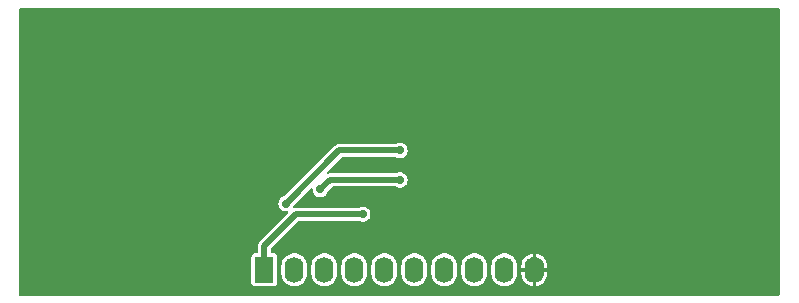
<source format=gbr>
G04 --- HEADER BEGIN --- *
G04 #@! TF.GenerationSoftware,LibrePCB,LibrePCB,1.3.0*
G04 #@! TF.CreationDate,2025-05-07T13:29:34*
G04 #@! TF.ProjectId,2.35" TFT Display Breakout,2d7378a2-86a6-4676-ae60-d25c5b1dbf0f,v1*
G04 #@! TF.Part,Single*
G04 #@! TF.SameCoordinates*
G04 #@! TF.FileFunction,Copper,L2,Bot*
G04 #@! TF.FilePolarity,Positive*
%FSLAX66Y66*%
%MOMM*%
G01*
G75*
G04 --- HEADER END --- *
G04 --- APERTURE LIST BEGIN --- *
G04 #@! TA.AperFunction,ComponentPad*
%ADD10O,1.587X2.19*%
%ADD11R,1.587X2.19*%
G04 #@! TA.AperFunction,ViaPad*
%ADD12C,0.7*%
G04 #@! TA.AperFunction,Conductor*
%ADD13C,0.5*%
%ADD14C,0.01*%
G04 #@! TD*
G04 --- APERTURE LIST END --- *
G04 --- BOARD BEGIN --- *
D10*
G04 #@! TO.N,LED*
G04 #@! TO.C,J1*
G04 #@! TO.P,J1,9,9*
X41390000Y2500000D03*
G04 #@! TO.N,DC_5V*
G04 #@! TO.P,J1,2,2*
X23610000Y2500000D03*
D11*
G04 #@! TO.N,RST_5V*
G04 #@! TO.P,J1,1,1*
X21070000Y2500000D03*
D10*
G04 #@! TO.N,N/C*
G04 #@! TO.P,J1,7,7*
X36310000Y2500000D03*
G04 #@! TO.N,GND*
G04 #@! TO.P,J1,10,10*
X43930000Y2500000D03*
G04 #@! TO.N,5V*
G04 #@! TO.P,J1,8,8*
X38850000Y2500000D03*
G04 #@! TO.N,N/C*
G04 #@! TO.P,J1,6,6*
X33770000Y2500000D03*
G04 #@! TO.N,CS_5V*
G04 #@! TO.P,J1,3,3*
X26150000Y2500000D03*
G04 #@! TO.N,SCL_5V*
G04 #@! TO.P,J1,4,4*
X28690000Y2500000D03*
G04 #@! TO.N,SDA_5V*
G04 #@! TO.P,J1,5,5*
X31230000Y2500000D03*
D12*
G04 #@! TD.C*
G04 #@! TD.P*
G04 #@! TO.N,SDA*
X22900000Y8100000D03*
X32550000Y12600000D03*
D13*
X22900000Y8100000D02*
X27400000Y12600000D01*
X27400000Y12600000D02*
X32550000Y12600000D01*
D12*
G04 #@! TO.N,RST_5V*
X29400000Y7200000D03*
D13*
X21070000Y2500000D02*
X21070000Y4520000D01*
X21070000Y4520000D02*
X23750000Y7200000D01*
X29400000Y7200000D02*
X23750000Y7200000D01*
D12*
G04 #@! TO.N,SCL*
X25800000Y9300000D03*
X32550000Y10100000D03*
D13*
X25800000Y9300000D02*
X26600000Y10100000D01*
X26600000Y10100000D02*
X32550000Y10100000D01*
D14*
G04 #@! TA.AperFunction,Conductor*
G04 #@! TO.N,GND*
G36*
X300000Y399999D02*
X319500Y340672D01*
X399999Y300000D01*
X20280431Y300000D01*
X20280431Y1105000D01*
X20272618Y1105615D01*
X20191569Y1118452D01*
X20176782Y1123256D01*
X20107174Y1158723D01*
X20094601Y1167858D01*
X20039358Y1223101D01*
X20030223Y1235674D01*
X19994756Y1305282D01*
X19989952Y1320069D01*
X19977115Y1401118D01*
X19976500Y1408931D01*
X19976500Y3591069D01*
X19977115Y3598882D01*
X19989952Y3679931D01*
X19994756Y3694718D01*
X20030223Y3764326D01*
X20039358Y3776899D01*
X20094601Y3832142D01*
X20107174Y3841277D01*
X20176782Y3876744D01*
X20191569Y3881548D01*
X20272618Y3894385D01*
X20280431Y3895000D01*
X20420001Y3895000D01*
X20479328Y3914500D01*
X20520000Y3994999D01*
X20520000Y4516730D01*
X20520426Y4523239D01*
X20537885Y4655859D01*
X20541246Y4668401D01*
X20591178Y4788946D01*
X20597676Y4800200D01*
X20679099Y4906313D01*
X20683404Y4911222D01*
X23057201Y7285019D01*
X23085363Y7340758D01*
X23074965Y7402336D01*
X23030061Y7445737D01*
X22978349Y7454346D01*
X22978349Y7454739D01*
X22975989Y7454739D01*
X22974433Y7454998D01*
X22972301Y7454739D01*
X22827703Y7454739D01*
X22815774Y7456188D01*
X22675385Y7490790D01*
X22664149Y7495051D01*
X22536113Y7562249D01*
X22526230Y7569072D01*
X22417994Y7664960D01*
X22410034Y7673945D01*
X22327888Y7792955D01*
X22322310Y7803583D01*
X22271031Y7938793D01*
X22268159Y7950446D01*
X22250729Y8093996D01*
X22250729Y8106004D01*
X22268159Y8249554D01*
X22271031Y8261207D01*
X22322310Y8396417D01*
X22327888Y8407045D01*
X22410034Y8526055D01*
X22417994Y8535040D01*
X22526230Y8630928D01*
X22536113Y8637751D01*
X22664149Y8704949D01*
X22675385Y8709210D01*
X22722645Y8720858D01*
X22769424Y8747241D01*
X27010172Y12987989D01*
X27012129Y12988638D01*
X27016510Y12993067D01*
X27119800Y13072324D01*
X27131055Y13078822D01*
X27218797Y13115166D01*
X27251593Y13128751D01*
X27264149Y13132115D01*
X27396743Y13149571D01*
X27403280Y13150000D01*
X32184804Y13150000D01*
X32231276Y13161454D01*
X32314149Y13204949D01*
X32325385Y13209210D01*
X32465774Y13243812D01*
X32477703Y13245261D01*
X32622297Y13245261D01*
X32634226Y13243812D01*
X32774615Y13209210D01*
X32785851Y13204949D01*
X32913887Y13137751D01*
X32923770Y13130928D01*
X33032006Y13035040D01*
X33039966Y13026055D01*
X33122112Y12907045D01*
X33127690Y12896417D01*
X33178969Y12761207D01*
X33181841Y12749554D01*
X33199271Y12606004D01*
X33199271Y12593996D01*
X33181841Y12450446D01*
X33178969Y12438793D01*
X33127690Y12303583D01*
X33122112Y12292955D01*
X33039966Y12173945D01*
X33032006Y12164960D01*
X32923770Y12069072D01*
X32913887Y12062249D01*
X32785851Y11995051D01*
X32774615Y11990790D01*
X32634226Y11956188D01*
X32622297Y11954739D01*
X32477703Y11954739D01*
X32465774Y11956188D01*
X32325385Y11990790D01*
X32314149Y11995051D01*
X32231276Y12038546D01*
X32184804Y12050000D01*
X27669238Y12050000D01*
X27598528Y12020711D01*
X26379694Y10801877D01*
X26351532Y10746138D01*
X26361930Y10684560D01*
X26406834Y10641159D01*
X26463456Y10632023D01*
X26596756Y10649572D01*
X26603280Y10650000D01*
X32184804Y10650000D01*
X32231276Y10661454D01*
X32314149Y10704949D01*
X32325385Y10709210D01*
X32465774Y10743812D01*
X32477703Y10745261D01*
X32622297Y10745261D01*
X32634226Y10743812D01*
X32774615Y10709210D01*
X32785851Y10704949D01*
X32913887Y10637751D01*
X32923770Y10630928D01*
X33032006Y10535040D01*
X33039966Y10526055D01*
X33122112Y10407045D01*
X33127690Y10396417D01*
X33178969Y10261207D01*
X33181841Y10249554D01*
X33199271Y10106004D01*
X33199271Y10093996D01*
X33181841Y9950446D01*
X33178969Y9938793D01*
X33127690Y9803583D01*
X33122112Y9792955D01*
X33039966Y9673945D01*
X33032006Y9664960D01*
X32923770Y9569072D01*
X32913887Y9562249D01*
X32785851Y9495051D01*
X32774615Y9490790D01*
X32634226Y9456188D01*
X32622297Y9454739D01*
X32477703Y9454739D01*
X32465774Y9456188D01*
X32325385Y9490790D01*
X32314149Y9495051D01*
X32231276Y9538546D01*
X32184804Y9550000D01*
X26869238Y9550000D01*
X26798528Y9520711D01*
X26451698Y9173881D01*
X26428907Y9138631D01*
X26377690Y9003583D01*
X26372112Y8992955D01*
X26289966Y8873945D01*
X26282006Y8864960D01*
X26173770Y8769072D01*
X26163887Y8762249D01*
X26035851Y8695051D01*
X26024615Y8690790D01*
X25884226Y8656188D01*
X25872297Y8654739D01*
X25727703Y8654739D01*
X25715774Y8656188D01*
X25575385Y8690790D01*
X25564149Y8695051D01*
X25436113Y8762249D01*
X25426230Y8769072D01*
X25317994Y8864960D01*
X25310034Y8873945D01*
X25227888Y8992955D01*
X25222310Y9003583D01*
X25171031Y9138793D01*
X25168159Y9150446D01*
X25150729Y9293996D01*
X25150729Y9306002D01*
X25152687Y9322125D01*
X25140481Y9383370D01*
X25094320Y9425431D01*
X25032207Y9431904D01*
X24982707Y9404890D01*
X23551698Y7973881D01*
X23528908Y7938632D01*
X23501322Y7865895D01*
X23498516Y7803508D01*
X23533271Y7751623D01*
X23607874Y7731290D01*
X23746761Y7749574D01*
X23753270Y7750000D01*
X29034804Y7750000D01*
X29081276Y7761454D01*
X29164149Y7804949D01*
X29175385Y7809210D01*
X29315774Y7843812D01*
X29327703Y7845261D01*
X29472297Y7845261D01*
X29484226Y7843812D01*
X29624615Y7809210D01*
X29635851Y7804949D01*
X29763887Y7737751D01*
X29773770Y7730928D01*
X29882006Y7635040D01*
X29889966Y7626055D01*
X29972112Y7507045D01*
X29977690Y7496417D01*
X30028969Y7361207D01*
X30031841Y7349554D01*
X30049271Y7206004D01*
X30049271Y7193996D01*
X30031841Y7050446D01*
X30028969Y7038793D01*
X29977690Y6903583D01*
X29972112Y6892955D01*
X29889966Y6773945D01*
X29882006Y6764960D01*
X29773770Y6669072D01*
X29763887Y6662249D01*
X29635851Y6595051D01*
X29624615Y6590790D01*
X29484226Y6556188D01*
X29472297Y6554739D01*
X29327703Y6554739D01*
X29315774Y6556188D01*
X29175385Y6590790D01*
X29164149Y6595051D01*
X29081276Y6638546D01*
X29034804Y6650000D01*
X24019239Y6650000D01*
X23948529Y6620711D01*
X21649289Y4321471D01*
X21620000Y4250761D01*
X21620000Y3994999D01*
X21639500Y3935672D01*
X21719999Y3895000D01*
X21859569Y3895000D01*
X21867382Y3894385D01*
X21948431Y3881548D01*
X21963218Y3876744D01*
X22032826Y3841277D01*
X22045399Y3832142D01*
X22100642Y3776899D01*
X22109777Y3764326D01*
X22145244Y3694718D01*
X22150048Y3679931D01*
X22162885Y3598882D01*
X22163500Y3591069D01*
X22163500Y1408931D01*
X22162885Y1401118D01*
X22150048Y1320069D01*
X22145244Y1305282D01*
X22109777Y1235674D01*
X22100642Y1223101D01*
X22045399Y1167858D01*
X22032826Y1158723D01*
X21963218Y1123256D01*
X21948431Y1118452D01*
X21867382Y1105615D01*
X21859569Y1105000D01*
X20280431Y1105000D01*
X20280431Y300000D01*
X23513726Y300000D01*
X23513726Y1109665D01*
X23504561Y1110514D01*
X23315301Y1145893D01*
X23306433Y1148417D01*
X23126891Y1217971D01*
X23118661Y1222069D01*
X22954947Y1323436D01*
X22947603Y1328982D01*
X22805316Y1458695D01*
X22799104Y1465508D01*
X22683074Y1619157D01*
X22678226Y1626987D01*
X22592406Y1799337D01*
X22589076Y1807931D01*
X22536384Y1993126D01*
X22534692Y2002175D01*
X22516714Y2196195D01*
X22516500Y2200811D01*
X22516500Y2799189D01*
X22516714Y2803805D01*
X22534692Y2997825D01*
X22536384Y3006874D01*
X22589076Y3192069D01*
X22592406Y3200663D01*
X22678226Y3373013D01*
X22683074Y3380843D01*
X22799104Y3534492D01*
X22805316Y3541305D01*
X22947603Y3671018D01*
X22954947Y3676564D01*
X23118661Y3777931D01*
X23126891Y3782029D01*
X23306433Y3851583D01*
X23315301Y3854107D01*
X23504561Y3889486D01*
X23513726Y3890335D01*
X23706274Y3890335D01*
X23715439Y3889486D01*
X23904699Y3854107D01*
X23913567Y3851583D01*
X24093109Y3782029D01*
X24101339Y3777931D01*
X24265053Y3676564D01*
X24272397Y3671018D01*
X24414684Y3541305D01*
X24420896Y3534492D01*
X24536926Y3380843D01*
X24541774Y3373013D01*
X24627594Y3200663D01*
X24630924Y3192069D01*
X24683616Y3006874D01*
X24685308Y2997825D01*
X24703286Y2803805D01*
X24703500Y2799189D01*
X24703500Y2200811D01*
X24703286Y2196195D01*
X24685308Y2002175D01*
X24683616Y1993126D01*
X24630924Y1807931D01*
X24627594Y1799337D01*
X24541774Y1626987D01*
X24536926Y1619157D01*
X24420896Y1465508D01*
X24414684Y1458695D01*
X24272397Y1328982D01*
X24265053Y1323436D01*
X24101339Y1222069D01*
X24093109Y1217971D01*
X23913567Y1148417D01*
X23904699Y1145893D01*
X23715439Y1110514D01*
X23706274Y1109665D01*
X23513726Y1109665D01*
X23513726Y300000D01*
X26053726Y300000D01*
X26053726Y1109665D01*
X26044561Y1110514D01*
X25855301Y1145893D01*
X25846433Y1148417D01*
X25666891Y1217971D01*
X25658661Y1222069D01*
X25494947Y1323436D01*
X25487603Y1328982D01*
X25345316Y1458695D01*
X25339104Y1465508D01*
X25223074Y1619157D01*
X25218226Y1626987D01*
X25132406Y1799337D01*
X25129076Y1807931D01*
X25076384Y1993126D01*
X25074692Y2002175D01*
X25056714Y2196195D01*
X25056500Y2200811D01*
X25056500Y2799189D01*
X25056714Y2803805D01*
X25074692Y2997825D01*
X25076384Y3006874D01*
X25129076Y3192069D01*
X25132406Y3200663D01*
X25218226Y3373013D01*
X25223074Y3380843D01*
X25339104Y3534492D01*
X25345316Y3541305D01*
X25487603Y3671018D01*
X25494947Y3676564D01*
X25658661Y3777931D01*
X25666891Y3782029D01*
X25846433Y3851583D01*
X25855301Y3854107D01*
X26044561Y3889486D01*
X26053726Y3890335D01*
X26246274Y3890335D01*
X26255439Y3889486D01*
X26444699Y3854107D01*
X26453567Y3851583D01*
X26633109Y3782029D01*
X26641339Y3777931D01*
X26805053Y3676564D01*
X26812397Y3671018D01*
X26954684Y3541305D01*
X26960896Y3534492D01*
X27076926Y3380843D01*
X27081774Y3373013D01*
X27167594Y3200663D01*
X27170924Y3192069D01*
X27223616Y3006874D01*
X27225308Y2997825D01*
X27243286Y2803805D01*
X27243500Y2799189D01*
X27243500Y2200811D01*
X27243286Y2196195D01*
X27225308Y2002175D01*
X27223616Y1993126D01*
X27170924Y1807931D01*
X27167594Y1799337D01*
X27081774Y1626987D01*
X27076926Y1619157D01*
X26960896Y1465508D01*
X26954684Y1458695D01*
X26812397Y1328982D01*
X26805053Y1323436D01*
X26641339Y1222069D01*
X26633109Y1217971D01*
X26453567Y1148417D01*
X26444699Y1145893D01*
X26255439Y1110514D01*
X26246274Y1109665D01*
X26053726Y1109665D01*
X26053726Y300000D01*
X28593726Y300000D01*
X28593726Y1109665D01*
X28584561Y1110514D01*
X28395301Y1145893D01*
X28386433Y1148417D01*
X28206891Y1217971D01*
X28198661Y1222069D01*
X28034947Y1323436D01*
X28027603Y1328982D01*
X27885316Y1458695D01*
X27879104Y1465508D01*
X27763074Y1619157D01*
X27758226Y1626987D01*
X27672406Y1799337D01*
X27669076Y1807931D01*
X27616384Y1993126D01*
X27614692Y2002175D01*
X27596714Y2196195D01*
X27596500Y2200811D01*
X27596500Y2799189D01*
X27596714Y2803805D01*
X27614692Y2997825D01*
X27616384Y3006874D01*
X27669076Y3192069D01*
X27672406Y3200663D01*
X27758226Y3373013D01*
X27763074Y3380843D01*
X27879104Y3534492D01*
X27885316Y3541305D01*
X28027603Y3671018D01*
X28034947Y3676564D01*
X28198661Y3777931D01*
X28206891Y3782029D01*
X28386433Y3851583D01*
X28395301Y3854107D01*
X28584561Y3889486D01*
X28593726Y3890335D01*
X28786274Y3890335D01*
X28795439Y3889486D01*
X28984699Y3854107D01*
X28993567Y3851583D01*
X29173109Y3782029D01*
X29181339Y3777931D01*
X29345053Y3676564D01*
X29352397Y3671018D01*
X29494684Y3541305D01*
X29500896Y3534492D01*
X29616926Y3380843D01*
X29621774Y3373013D01*
X29707594Y3200663D01*
X29710924Y3192069D01*
X29763616Y3006874D01*
X29765308Y2997825D01*
X29783286Y2803805D01*
X29783500Y2799189D01*
X29783500Y2200811D01*
X29783286Y2196195D01*
X29765308Y2002175D01*
X29763616Y1993126D01*
X29710924Y1807931D01*
X29707594Y1799337D01*
X29621774Y1626987D01*
X29616926Y1619157D01*
X29500896Y1465508D01*
X29494684Y1458695D01*
X29352397Y1328982D01*
X29345053Y1323436D01*
X29181339Y1222069D01*
X29173109Y1217971D01*
X28993567Y1148417D01*
X28984699Y1145893D01*
X28795439Y1110514D01*
X28786274Y1109665D01*
X28593726Y1109665D01*
X28593726Y300000D01*
X31133726Y300000D01*
X31133726Y1109665D01*
X31124561Y1110514D01*
X30935301Y1145893D01*
X30926433Y1148417D01*
X30746891Y1217971D01*
X30738661Y1222069D01*
X30574947Y1323436D01*
X30567603Y1328982D01*
X30425316Y1458695D01*
X30419104Y1465508D01*
X30303074Y1619157D01*
X30298226Y1626987D01*
X30212406Y1799337D01*
X30209076Y1807931D01*
X30156384Y1993126D01*
X30154692Y2002175D01*
X30136714Y2196195D01*
X30136500Y2200811D01*
X30136500Y2799189D01*
X30136714Y2803805D01*
X30154692Y2997825D01*
X30156384Y3006874D01*
X30209076Y3192069D01*
X30212406Y3200663D01*
X30298226Y3373013D01*
X30303074Y3380843D01*
X30419104Y3534492D01*
X30425316Y3541305D01*
X30567603Y3671018D01*
X30574947Y3676564D01*
X30738661Y3777931D01*
X30746891Y3782029D01*
X30926433Y3851583D01*
X30935301Y3854107D01*
X31124561Y3889486D01*
X31133726Y3890335D01*
X31326274Y3890335D01*
X31335439Y3889486D01*
X31524699Y3854107D01*
X31533567Y3851583D01*
X31713109Y3782029D01*
X31721339Y3777931D01*
X31885053Y3676564D01*
X31892397Y3671018D01*
X32034684Y3541305D01*
X32040896Y3534492D01*
X32156926Y3380843D01*
X32161774Y3373013D01*
X32247594Y3200663D01*
X32250924Y3192069D01*
X32303616Y3006874D01*
X32305308Y2997825D01*
X32323286Y2803805D01*
X32323500Y2799189D01*
X32323500Y2200811D01*
X32323286Y2196195D01*
X32305308Y2002175D01*
X32303616Y1993126D01*
X32250924Y1807931D01*
X32247594Y1799337D01*
X32161774Y1626987D01*
X32156926Y1619157D01*
X32040896Y1465508D01*
X32034684Y1458695D01*
X31892397Y1328982D01*
X31885053Y1323436D01*
X31721339Y1222069D01*
X31713109Y1217971D01*
X31533567Y1148417D01*
X31524699Y1145893D01*
X31335439Y1110514D01*
X31326274Y1109665D01*
X31133726Y1109665D01*
X31133726Y300000D01*
X33673726Y300000D01*
X33673726Y1109665D01*
X33664561Y1110514D01*
X33475301Y1145893D01*
X33466433Y1148417D01*
X33286891Y1217971D01*
X33278661Y1222069D01*
X33114947Y1323436D01*
X33107603Y1328982D01*
X32965316Y1458695D01*
X32959104Y1465508D01*
X32843074Y1619157D01*
X32838226Y1626987D01*
X32752406Y1799337D01*
X32749076Y1807931D01*
X32696384Y1993126D01*
X32694692Y2002175D01*
X32676714Y2196195D01*
X32676500Y2200811D01*
X32676500Y2799189D01*
X32676714Y2803805D01*
X32694692Y2997825D01*
X32696384Y3006874D01*
X32749076Y3192069D01*
X32752406Y3200663D01*
X32838226Y3373013D01*
X32843074Y3380843D01*
X32959104Y3534492D01*
X32965316Y3541305D01*
X33107603Y3671018D01*
X33114947Y3676564D01*
X33278661Y3777931D01*
X33286891Y3782029D01*
X33466433Y3851583D01*
X33475301Y3854107D01*
X33664561Y3889486D01*
X33673726Y3890335D01*
X33866274Y3890335D01*
X33875439Y3889486D01*
X34064699Y3854107D01*
X34073567Y3851583D01*
X34253109Y3782029D01*
X34261339Y3777931D01*
X34425053Y3676564D01*
X34432397Y3671018D01*
X34574684Y3541305D01*
X34580896Y3534492D01*
X34696926Y3380843D01*
X34701774Y3373013D01*
X34787594Y3200663D01*
X34790924Y3192069D01*
X34843616Y3006874D01*
X34845308Y2997825D01*
X34863286Y2803805D01*
X34863500Y2799189D01*
X34863500Y2200811D01*
X34863286Y2196195D01*
X34845308Y2002175D01*
X34843616Y1993126D01*
X34790924Y1807931D01*
X34787594Y1799337D01*
X34701774Y1626987D01*
X34696926Y1619157D01*
X34580896Y1465508D01*
X34574684Y1458695D01*
X34432397Y1328982D01*
X34425053Y1323436D01*
X34261339Y1222069D01*
X34253109Y1217971D01*
X34073567Y1148417D01*
X34064699Y1145893D01*
X33875439Y1110514D01*
X33866274Y1109665D01*
X33673726Y1109665D01*
X33673726Y300000D01*
X36213726Y300000D01*
X36213726Y1109665D01*
X36204561Y1110514D01*
X36015301Y1145893D01*
X36006433Y1148417D01*
X35826891Y1217971D01*
X35818661Y1222069D01*
X35654947Y1323436D01*
X35647603Y1328982D01*
X35505316Y1458695D01*
X35499104Y1465508D01*
X35383074Y1619157D01*
X35378226Y1626987D01*
X35292406Y1799337D01*
X35289076Y1807931D01*
X35236384Y1993126D01*
X35234692Y2002175D01*
X35216714Y2196195D01*
X35216500Y2200811D01*
X35216500Y2799189D01*
X35216714Y2803805D01*
X35234692Y2997825D01*
X35236384Y3006874D01*
X35289076Y3192069D01*
X35292406Y3200663D01*
X35378226Y3373013D01*
X35383074Y3380843D01*
X35499104Y3534492D01*
X35505316Y3541305D01*
X35647603Y3671018D01*
X35654947Y3676564D01*
X35818661Y3777931D01*
X35826891Y3782029D01*
X36006433Y3851583D01*
X36015301Y3854107D01*
X36204561Y3889486D01*
X36213726Y3890335D01*
X36406274Y3890335D01*
X36415439Y3889486D01*
X36604699Y3854107D01*
X36613567Y3851583D01*
X36793109Y3782029D01*
X36801339Y3777931D01*
X36965053Y3676564D01*
X36972397Y3671018D01*
X37114684Y3541305D01*
X37120896Y3534492D01*
X37236926Y3380843D01*
X37241774Y3373013D01*
X37327594Y3200663D01*
X37330924Y3192069D01*
X37383616Y3006874D01*
X37385308Y2997825D01*
X37403286Y2803805D01*
X37403500Y2799189D01*
X37403500Y2200811D01*
X37403286Y2196195D01*
X37385308Y2002175D01*
X37383616Y1993126D01*
X37330924Y1807931D01*
X37327594Y1799337D01*
X37241774Y1626987D01*
X37236926Y1619157D01*
X37120896Y1465508D01*
X37114684Y1458695D01*
X36972397Y1328982D01*
X36965053Y1323436D01*
X36801339Y1222069D01*
X36793109Y1217971D01*
X36613567Y1148417D01*
X36604699Y1145893D01*
X36415439Y1110514D01*
X36406274Y1109665D01*
X36213726Y1109665D01*
X36213726Y300000D01*
X38753726Y300000D01*
X38753726Y1109665D01*
X38744561Y1110514D01*
X38555301Y1145893D01*
X38546433Y1148417D01*
X38366891Y1217971D01*
X38358661Y1222069D01*
X38194947Y1323436D01*
X38187603Y1328982D01*
X38045316Y1458695D01*
X38039104Y1465508D01*
X37923074Y1619157D01*
X37918226Y1626987D01*
X37832406Y1799337D01*
X37829076Y1807931D01*
X37776384Y1993126D01*
X37774692Y2002175D01*
X37756714Y2196195D01*
X37756500Y2200811D01*
X37756500Y2799189D01*
X37756714Y2803805D01*
X37774692Y2997825D01*
X37776384Y3006874D01*
X37829076Y3192069D01*
X37832406Y3200663D01*
X37918226Y3373013D01*
X37923074Y3380843D01*
X38039104Y3534492D01*
X38045316Y3541305D01*
X38187603Y3671018D01*
X38194947Y3676564D01*
X38358661Y3777931D01*
X38366891Y3782029D01*
X38546433Y3851583D01*
X38555301Y3854107D01*
X38744561Y3889486D01*
X38753726Y3890335D01*
X38946274Y3890335D01*
X38955439Y3889486D01*
X39144699Y3854107D01*
X39153567Y3851583D01*
X39333109Y3782029D01*
X39341339Y3777931D01*
X39505053Y3676564D01*
X39512397Y3671018D01*
X39654684Y3541305D01*
X39660896Y3534492D01*
X39776926Y3380843D01*
X39781774Y3373013D01*
X39867594Y3200663D01*
X39870924Y3192069D01*
X39923616Y3006874D01*
X39925308Y2997825D01*
X39943286Y2803805D01*
X39943500Y2799189D01*
X39943500Y2200811D01*
X39943286Y2196195D01*
X39925308Y2002175D01*
X39923616Y1993126D01*
X39870924Y1807931D01*
X39867594Y1799337D01*
X39781774Y1626987D01*
X39776926Y1619157D01*
X39660896Y1465508D01*
X39654684Y1458695D01*
X39512397Y1328982D01*
X39505053Y1323436D01*
X39341339Y1222069D01*
X39333109Y1217971D01*
X39153567Y1148417D01*
X39144699Y1145893D01*
X38955439Y1110514D01*
X38946274Y1109665D01*
X38753726Y1109665D01*
X38753726Y300000D01*
X41293726Y300000D01*
X41293726Y1109665D01*
X41284561Y1110514D01*
X41095301Y1145893D01*
X41086433Y1148417D01*
X40906891Y1217971D01*
X40898661Y1222069D01*
X40734947Y1323436D01*
X40727603Y1328982D01*
X40585316Y1458695D01*
X40579104Y1465508D01*
X40463074Y1619157D01*
X40458226Y1626987D01*
X40372406Y1799337D01*
X40369076Y1807931D01*
X40316384Y1993126D01*
X40314692Y2002175D01*
X40296714Y2196195D01*
X40296500Y2200811D01*
X40296500Y2799189D01*
X40296714Y2803805D01*
X40314692Y2997825D01*
X40316384Y3006874D01*
X40369076Y3192069D01*
X40372406Y3200663D01*
X40458226Y3373013D01*
X40463074Y3380843D01*
X40579104Y3534492D01*
X40585316Y3541305D01*
X40727603Y3671018D01*
X40734947Y3676564D01*
X40898661Y3777931D01*
X40906891Y3782029D01*
X41086433Y3851583D01*
X41095301Y3854107D01*
X41284561Y3889486D01*
X41293726Y3890335D01*
X41486274Y3890335D01*
X41495439Y3889486D01*
X41684699Y3854107D01*
X41693567Y3851583D01*
X41873109Y3782029D01*
X41881339Y3777931D01*
X42045053Y3676564D01*
X42052397Y3671018D01*
X42194684Y3541305D01*
X42200896Y3534492D01*
X42316926Y3380843D01*
X42321774Y3373013D01*
X42407594Y3200663D01*
X42410924Y3192069D01*
X42463616Y3006874D01*
X42465308Y2997825D01*
X42483286Y2803805D01*
X42483500Y2799189D01*
X42483500Y2200811D01*
X42483286Y2196195D01*
X42465308Y2002175D01*
X42463616Y1993126D01*
X42410924Y1807931D01*
X42407594Y1799337D01*
X42321774Y1626987D01*
X42316926Y1619157D01*
X42200896Y1465508D01*
X42194684Y1458695D01*
X42052397Y1328982D01*
X42045053Y1323436D01*
X41881339Y1222069D01*
X41873109Y1217971D01*
X41693567Y1148417D01*
X41684699Y1145893D01*
X41495439Y1110514D01*
X41486274Y1109665D01*
X41293726Y1109665D01*
X41293726Y300000D01*
X43768006Y300000D01*
X43768006Y1121086D01*
X43635301Y1145893D01*
X43626433Y1148417D01*
X43446891Y1217971D01*
X43438661Y1222069D01*
X43274947Y1323436D01*
X43267603Y1328982D01*
X43125316Y1458695D01*
X43119104Y1465508D01*
X43003074Y1619157D01*
X42998226Y1626987D01*
X42912406Y1799337D01*
X42909076Y1807931D01*
X42856384Y1993126D01*
X42854692Y2002175D01*
X42836714Y2196195D01*
X42836500Y2200811D01*
X42836500Y2333982D01*
X42838066Y2338747D01*
X42852513Y2346046D01*
X42852513Y2650005D01*
X42847748Y2651571D01*
X42836500Y2673833D01*
X42836500Y2799189D01*
X42836714Y2803805D01*
X42854692Y2997825D01*
X42856384Y3006874D01*
X42909076Y3192069D01*
X42912406Y3200663D01*
X42998226Y3373013D01*
X43003074Y3380843D01*
X43119104Y3534492D01*
X43125316Y3541305D01*
X43267603Y3671018D01*
X43274947Y3676564D01*
X43438661Y3777931D01*
X43446891Y3782029D01*
X43626433Y3851583D01*
X43635301Y3854107D01*
X43764255Y3878213D01*
X43777704Y3876417D01*
X43778289Y3875852D01*
X43779995Y3868960D01*
X43779995Y3578098D01*
X43753430Y3575105D01*
X43585713Y3516419D01*
X43435261Y3421883D01*
X43309617Y3296239D01*
X43215081Y3145787D01*
X43156395Y2978070D01*
X43136500Y2801500D01*
X43136500Y2650005D01*
X42852513Y2650005D01*
X42852513Y2346046D01*
X42860328Y2349995D01*
X43136500Y2349995D01*
X43136500Y2198500D01*
X43156395Y2021930D01*
X43215081Y1854213D01*
X43309617Y1703761D01*
X43435261Y1578117D01*
X43585713Y1483581D01*
X43753430Y1424895D01*
X43779995Y1421902D01*
X43779995Y1134858D01*
X43775758Y1121968D01*
X43775095Y1121497D01*
X43768006Y1121086D01*
X43768006Y300000D01*
X44095745Y300000D01*
X44095745Y1121787D01*
X44082296Y1123583D01*
X44081711Y1124148D01*
X44080005Y1131040D01*
X44080005Y1421902D01*
X44106570Y1424895D01*
X44274287Y1483581D01*
X44424739Y1578117D01*
X44550383Y1703761D01*
X44644919Y1854213D01*
X44703605Y2021930D01*
X44723500Y2198500D01*
X44723500Y2349995D01*
X44723500Y2650005D01*
X44723500Y2801500D01*
X44703605Y2978070D01*
X44644919Y3145787D01*
X44550383Y3296239D01*
X44424739Y3421883D01*
X44274287Y3516419D01*
X44106570Y3575105D01*
X44080005Y3578098D01*
X44080005Y3865142D01*
X44084242Y3878032D01*
X44084905Y3878503D01*
X44091994Y3878914D01*
X44224699Y3854107D01*
X44233567Y3851583D01*
X44413109Y3782029D01*
X44421339Y3777931D01*
X44585053Y3676564D01*
X44592397Y3671018D01*
X44734684Y3541305D01*
X44740896Y3534492D01*
X44856926Y3380843D01*
X44861774Y3373013D01*
X44947594Y3200663D01*
X44950924Y3192069D01*
X45003616Y3006874D01*
X45005308Y2997825D01*
X45023286Y2803805D01*
X45023500Y2799189D01*
X45023500Y2666018D01*
X45021934Y2661253D01*
X44999672Y2650005D01*
X44723500Y2650005D01*
X44723500Y2349995D01*
X45007487Y2349995D01*
X45012252Y2348429D01*
X45023500Y2326167D01*
X45023500Y2200811D01*
X45023286Y2196195D01*
X45005308Y2002175D01*
X45003616Y1993126D01*
X44950924Y1807931D01*
X44947594Y1799337D01*
X44861774Y1626987D01*
X44856926Y1619157D01*
X44740896Y1465508D01*
X44734684Y1458695D01*
X44592397Y1328982D01*
X44585053Y1323436D01*
X44421339Y1222069D01*
X44413109Y1217971D01*
X44233567Y1148417D01*
X44224699Y1145893D01*
X44095745Y1121787D01*
X44095745Y300000D01*
X64600001Y300000D01*
X64659328Y319500D01*
X64700000Y399999D01*
X64700000Y24600001D01*
X64680500Y24659328D01*
X64600001Y24700000D01*
X399999Y24700000D01*
X340672Y24680500D01*
X300000Y24600001D01*
X300000Y399999D01*
G37*
G04 --- BOARD END --- *
G04 #@! TF.MD5,e3010156369d82e2585a1dc87f6c56ab*
M02*

</source>
